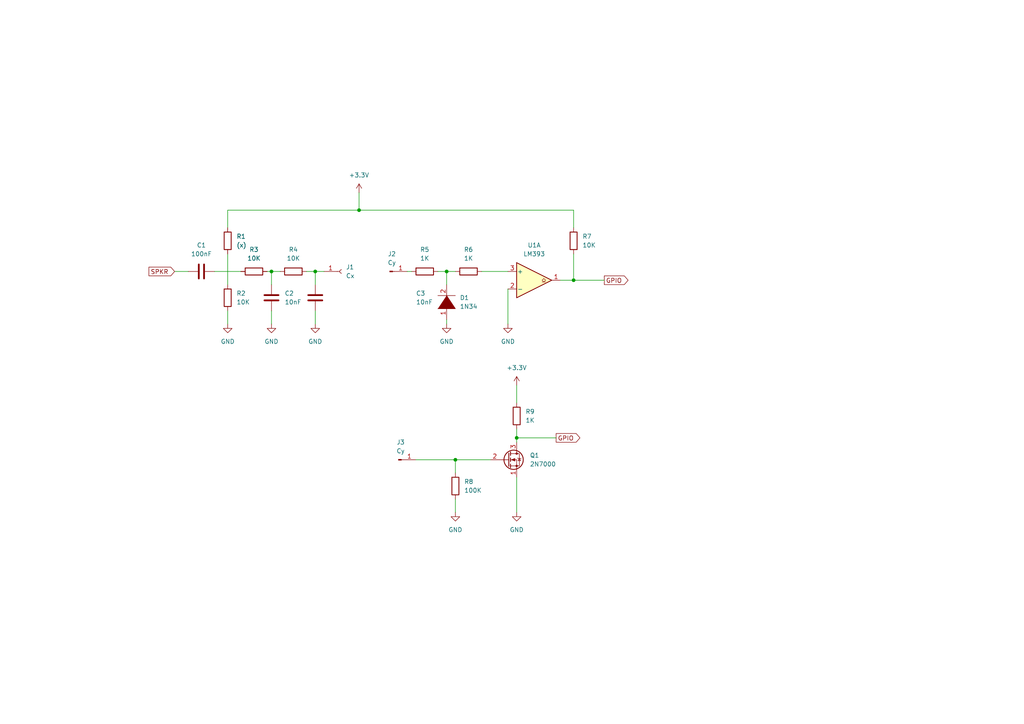
<source format=kicad_sch>
(kicad_sch (version 20211123) (generator eeschema)

  (uuid 134e3d51-b7fa-417c-9a02-1b7a67431553)

  (paper "A4")

  (lib_symbols
    (symbol "Comparator:LM393" (pin_names (offset 0.127)) (in_bom yes) (on_board yes)
      (property "Reference" "U" (id 0) (at 3.81 3.81 0)
        (effects (font (size 1.27 1.27)))
      )
      (property "Value" "LM393" (id 1) (at 6.35 -3.81 0)
        (effects (font (size 1.27 1.27)))
      )
      (property "Footprint" "" (id 2) (at 0 0 0)
        (effects (font (size 1.27 1.27)) hide)
      )
      (property "Datasheet" "http://www.ti.com/lit/ds/symlink/lm393.pdf" (id 3) (at 0 0 0)
        (effects (font (size 1.27 1.27)) hide)
      )
      (property "ki_locked" "" (id 4) (at 0 0 0)
        (effects (font (size 1.27 1.27)))
      )
      (property "ki_keywords" "cmp open collector" (id 5) (at 0 0 0)
        (effects (font (size 1.27 1.27)) hide)
      )
      (property "ki_description" "Low-Power, Low-Offset Voltage, Dual Comparators, DIP-8/SOIC-8/TO-99-8" (id 6) (at 0 0 0)
        (effects (font (size 1.27 1.27)) hide)
      )
      (property "ki_fp_filters" "SOIC*3.9x4.9mm*P1.27mm* DIP*W7.62mm* SOP*5.28x5.23mm*P1.27mm* VSSOP*3.0x3.0mm*P0.65mm* TSSOP*4.4x3mm*P0.65mm*" (id 7) (at 0 0 0)
        (effects (font (size 1.27 1.27)) hide)
      )
      (symbol "LM393_1_1"
        (polyline
          (pts
            (xy -5.08 5.08)
            (xy 5.08 0)
            (xy -5.08 -5.08)
            (xy -5.08 5.08)
          )
          (stroke (width 0.254) (type default) (color 0 0 0 0))
          (fill (type background))
        )
        (polyline
          (pts
            (xy 3.302 -0.508)
            (xy 2.794 -0.508)
            (xy 3.302 0)
            (xy 2.794 0.508)
            (xy 2.286 0)
            (xy 2.794 -0.508)
            (xy 2.286 -0.508)
          )
          (stroke (width 0.127) (type default) (color 0 0 0 0))
          (fill (type none))
        )
        (pin open_collector line (at 7.62 0 180) (length 2.54)
          (name "~" (effects (font (size 1.27 1.27))))
          (number "1" (effects (font (size 1.27 1.27))))
        )
        (pin input line (at -7.62 -2.54 0) (length 2.54)
          (name "-" (effects (font (size 1.27 1.27))))
          (number "2" (effects (font (size 1.27 1.27))))
        )
        (pin input line (at -7.62 2.54 0) (length 2.54)
          (name "+" (effects (font (size 1.27 1.27))))
          (number "3" (effects (font (size 1.27 1.27))))
        )
      )
      (symbol "LM393_2_1"
        (polyline
          (pts
            (xy -5.08 5.08)
            (xy 5.08 0)
            (xy -5.08 -5.08)
            (xy -5.08 5.08)
          )
          (stroke (width 0.254) (type default) (color 0 0 0 0))
          (fill (type background))
        )
        (polyline
          (pts
            (xy 3.302 -0.508)
            (xy 2.794 -0.508)
            (xy 3.302 0)
            (xy 2.794 0.508)
            (xy 2.286 0)
            (xy 2.794 -0.508)
            (xy 2.286 -0.508)
          )
          (stroke (width 0.127) (type default) (color 0 0 0 0))
          (fill (type none))
        )
        (pin input line (at -7.62 2.54 0) (length 2.54)
          (name "+" (effects (font (size 1.27 1.27))))
          (number "5" (effects (font (size 1.27 1.27))))
        )
        (pin input line (at -7.62 -2.54 0) (length 2.54)
          (name "_" (effects (font (size 1.27 1.27))))
          (number "6" (effects (font (size 1.27 1.27))))
        )
        (pin open_collector line (at 7.62 0 180) (length 2.54)
          (name "~" (effects (font (size 1.27 1.27))))
          (number "7" (effects (font (size 1.27 1.27))))
        )
      )
      (symbol "LM393_3_1"
        (pin power_in line (at -2.54 -7.62 90) (length 3.81)
          (name "V-" (effects (font (size 1.27 1.27))))
          (number "4" (effects (font (size 1.27 1.27))))
        )
        (pin power_in line (at -2.54 7.62 270) (length 3.81)
          (name "V+" (effects (font (size 1.27 1.27))))
          (number "8" (effects (font (size 1.27 1.27))))
        )
      )
    )
    (symbol "Connector:Conn_01x01_Female" (pin_names (offset 1.016) hide) (in_bom yes) (on_board yes)
      (property "Reference" "J" (id 0) (at 0 2.54 0)
        (effects (font (size 1.27 1.27)))
      )
      (property "Value" "Conn_01x01_Female" (id 1) (at 0 -2.54 0)
        (effects (font (size 1.27 1.27)))
      )
      (property "Footprint" "" (id 2) (at 0 0 0)
        (effects (font (size 1.27 1.27)) hide)
      )
      (property "Datasheet" "~" (id 3) (at 0 0 0)
        (effects (font (size 1.27 1.27)) hide)
      )
      (property "ki_keywords" "connector" (id 4) (at 0 0 0)
        (effects (font (size 1.27 1.27)) hide)
      )
      (property "ki_description" "Generic connector, single row, 01x01, script generated (kicad-library-utils/schlib/autogen/connector/)" (id 5) (at 0 0 0)
        (effects (font (size 1.27 1.27)) hide)
      )
      (property "ki_fp_filters" "Connector*:*" (id 6) (at 0 0 0)
        (effects (font (size 1.27 1.27)) hide)
      )
      (symbol "Conn_01x01_Female_1_1"
        (polyline
          (pts
            (xy -1.27 0)
            (xy -0.508 0)
          )
          (stroke (width 0.1524) (type default) (color 0 0 0 0))
          (fill (type none))
        )
        (arc (start 0 0.508) (mid -0.508 0) (end 0 -0.508)
          (stroke (width 0.1524) (type default) (color 0 0 0 0))
          (fill (type none))
        )
        (pin passive line (at -5.08 0 0) (length 3.81)
          (name "Pin_1" (effects (font (size 1.27 1.27))))
          (number "1" (effects (font (size 1.27 1.27))))
        )
      )
    )
    (symbol "Connector:Conn_01x01_Male" (pin_names (offset 1.016) hide) (in_bom yes) (on_board yes)
      (property "Reference" "J" (id 0) (at 0 2.54 0)
        (effects (font (size 1.27 1.27)))
      )
      (property "Value" "Conn_01x01_Male" (id 1) (at 0 -2.54 0)
        (effects (font (size 1.27 1.27)))
      )
      (property "Footprint" "" (id 2) (at 0 0 0)
        (effects (font (size 1.27 1.27)) hide)
      )
      (property "Datasheet" "~" (id 3) (at 0 0 0)
        (effects (font (size 1.27 1.27)) hide)
      )
      (property "ki_keywords" "connector" (id 4) (at 0 0 0)
        (effects (font (size 1.27 1.27)) hide)
      )
      (property "ki_description" "Generic connector, single row, 01x01, script generated (kicad-library-utils/schlib/autogen/connector/)" (id 5) (at 0 0 0)
        (effects (font (size 1.27 1.27)) hide)
      )
      (property "ki_fp_filters" "Connector*:*" (id 6) (at 0 0 0)
        (effects (font (size 1.27 1.27)) hide)
      )
      (symbol "Conn_01x01_Male_1_1"
        (polyline
          (pts
            (xy 1.27 0)
            (xy 0.8636 0)
          )
          (stroke (width 0.1524) (type default) (color 0 0 0 0))
          (fill (type none))
        )
        (rectangle (start 0.8636 0.127) (end 0 -0.127)
          (stroke (width 0.1524) (type default) (color 0 0 0 0))
          (fill (type outline))
        )
        (pin passive line (at 5.08 0 180) (length 3.81)
          (name "Pin_1" (effects (font (size 1.27 1.27))))
          (number "1" (effects (font (size 1.27 1.27))))
        )
      )
    )
    (symbol "Device:C" (pin_numbers hide) (pin_names (offset 0.254)) (in_bom yes) (on_board yes)
      (property "Reference" "C" (id 0) (at 0.635 2.54 0)
        (effects (font (size 1.27 1.27)) (justify left))
      )
      (property "Value" "C" (id 1) (at 0.635 -2.54 0)
        (effects (font (size 1.27 1.27)) (justify left))
      )
      (property "Footprint" "" (id 2) (at 0.9652 -3.81 0)
        (effects (font (size 1.27 1.27)) hide)
      )
      (property "Datasheet" "~" (id 3) (at 0 0 0)
        (effects (font (size 1.27 1.27)) hide)
      )
      (property "ki_keywords" "cap capacitor" (id 4) (at 0 0 0)
        (effects (font (size 1.27 1.27)) hide)
      )
      (property "ki_description" "Unpolarized capacitor" (id 5) (at 0 0 0)
        (effects (font (size 1.27 1.27)) hide)
      )
      (property "ki_fp_filters" "C_*" (id 6) (at 0 0 0)
        (effects (font (size 1.27 1.27)) hide)
      )
      (symbol "C_0_1"
        (polyline
          (pts
            (xy -2.032 -0.762)
            (xy 2.032 -0.762)
          )
          (stroke (width 0.508) (type default) (color 0 0 0 0))
          (fill (type none))
        )
        (polyline
          (pts
            (xy -2.032 0.762)
            (xy 2.032 0.762)
          )
          (stroke (width 0.508) (type default) (color 0 0 0 0))
          (fill (type none))
        )
      )
      (symbol "C_1_1"
        (pin passive line (at 0 3.81 270) (length 2.794)
          (name "~" (effects (font (size 1.27 1.27))))
          (number "1" (effects (font (size 1.27 1.27))))
        )
        (pin passive line (at 0 -3.81 90) (length 2.794)
          (name "~" (effects (font (size 1.27 1.27))))
          (number "2" (effects (font (size 1.27 1.27))))
        )
      )
    )
    (symbol "Device:R" (pin_numbers hide) (pin_names (offset 0)) (in_bom yes) (on_board yes)
      (property "Reference" "R" (id 0) (at 2.032 0 90)
        (effects (font (size 1.27 1.27)))
      )
      (property "Value" "R" (id 1) (at 0 0 90)
        (effects (font (size 1.27 1.27)))
      )
      (property "Footprint" "" (id 2) (at -1.778 0 90)
        (effects (font (size 1.27 1.27)) hide)
      )
      (property "Datasheet" "~" (id 3) (at 0 0 0)
        (effects (font (size 1.27 1.27)) hide)
      )
      (property "ki_keywords" "R res resistor" (id 4) (at 0 0 0)
        (effects (font (size 1.27 1.27)) hide)
      )
      (property "ki_description" "Resistor" (id 5) (at 0 0 0)
        (effects (font (size 1.27 1.27)) hide)
      )
      (property "ki_fp_filters" "R_*" (id 6) (at 0 0 0)
        (effects (font (size 1.27 1.27)) hide)
      )
      (symbol "R_0_1"
        (rectangle (start -1.016 -2.54) (end 1.016 2.54)
          (stroke (width 0.254) (type default) (color 0 0 0 0))
          (fill (type none))
        )
      )
      (symbol "R_1_1"
        (pin passive line (at 0 3.81 270) (length 1.27)
          (name "~" (effects (font (size 1.27 1.27))))
          (number "1" (effects (font (size 1.27 1.27))))
        )
        (pin passive line (at 0 -3.81 90) (length 1.27)
          (name "~" (effects (font (size 1.27 1.27))))
          (number "2" (effects (font (size 1.27 1.27))))
        )
      )
    )
    (symbol "Transistor_FET:2N7000" (pin_names hide) (in_bom yes) (on_board yes)
      (property "Reference" "Q" (id 0) (at 5.08 1.905 0)
        (effects (font (size 1.27 1.27)) (justify left))
      )
      (property "Value" "2N7000" (id 1) (at 5.08 0 0)
        (effects (font (size 1.27 1.27)) (justify left))
      )
      (property "Footprint" "Package_TO_SOT_THT:TO-92_Inline" (id 2) (at 5.08 -1.905 0)
        (effects (font (size 1.27 1.27) italic) (justify left) hide)
      )
      (property "Datasheet" "https://www.vishay.com/docs/70226/70226.pdf" (id 3) (at 0 0 0)
        (effects (font (size 1.27 1.27)) (justify left) hide)
      )
      (property "ki_keywords" "N-Channel MOSFET Logic-Level" (id 4) (at 0 0 0)
        (effects (font (size 1.27 1.27)) hide)
      )
      (property "ki_description" "0.2A Id, 200V Vds, N-Channel MOSFET, 2.6V Logic Level, TO-92" (id 5) (at 0 0 0)
        (effects (font (size 1.27 1.27)) hide)
      )
      (property "ki_fp_filters" "TO?92*" (id 6) (at 0 0 0)
        (effects (font (size 1.27 1.27)) hide)
      )
      (symbol "2N7000_0_1"
        (polyline
          (pts
            (xy 0.254 0)
            (xy -2.54 0)
          )
          (stroke (width 0) (type default) (color 0 0 0 0))
          (fill (type none))
        )
        (polyline
          (pts
            (xy 0.254 1.905)
            (xy 0.254 -1.905)
          )
          (stroke (width 0.254) (type default) (color 0 0 0 0))
          (fill (type none))
        )
        (polyline
          (pts
            (xy 0.762 -1.27)
            (xy 0.762 -2.286)
          )
          (stroke (width 0.254) (type default) (color 0 0 0 0))
          (fill (type none))
        )
        (polyline
          (pts
            (xy 0.762 0.508)
            (xy 0.762 -0.508)
          )
          (stroke (width 0.254) (type default) (color 0 0 0 0))
          (fill (type none))
        )
        (polyline
          (pts
            (xy 0.762 2.286)
            (xy 0.762 1.27)
          )
          (stroke (width 0.254) (type default) (color 0 0 0 0))
          (fill (type none))
        )
        (polyline
          (pts
            (xy 2.54 2.54)
            (xy 2.54 1.778)
          )
          (stroke (width 0) (type default) (color 0 0 0 0))
          (fill (type none))
        )
        (polyline
          (pts
            (xy 2.54 -2.54)
            (xy 2.54 0)
            (xy 0.762 0)
          )
          (stroke (width 0) (type default) (color 0 0 0 0))
          (fill (type none))
        )
        (polyline
          (pts
            (xy 0.762 -1.778)
            (xy 3.302 -1.778)
            (xy 3.302 1.778)
            (xy 0.762 1.778)
          )
          (stroke (width 0) (type default) (color 0 0 0 0))
          (fill (type none))
        )
        (polyline
          (pts
            (xy 1.016 0)
            (xy 2.032 0.381)
            (xy 2.032 -0.381)
            (xy 1.016 0)
          )
          (stroke (width 0) (type default) (color 0 0 0 0))
          (fill (type outline))
        )
        (polyline
          (pts
            (xy 2.794 0.508)
            (xy 2.921 0.381)
            (xy 3.683 0.381)
            (xy 3.81 0.254)
          )
          (stroke (width 0) (type default) (color 0 0 0 0))
          (fill (type none))
        )
        (polyline
          (pts
            (xy 3.302 0.381)
            (xy 2.921 -0.254)
            (xy 3.683 -0.254)
            (xy 3.302 0.381)
          )
          (stroke (width 0) (type default) (color 0 0 0 0))
          (fill (type none))
        )
        (circle (center 1.651 0) (radius 2.794)
          (stroke (width 0.254) (type default) (color 0 0 0 0))
          (fill (type none))
        )
        (circle (center 2.54 -1.778) (radius 0.254)
          (stroke (width 0) (type default) (color 0 0 0 0))
          (fill (type outline))
        )
        (circle (center 2.54 1.778) (radius 0.254)
          (stroke (width 0) (type default) (color 0 0 0 0))
          (fill (type outline))
        )
      )
      (symbol "2N7000_1_1"
        (pin passive line (at 2.54 -5.08 90) (length 2.54)
          (name "S" (effects (font (size 1.27 1.27))))
          (number "1" (effects (font (size 1.27 1.27))))
        )
        (pin input line (at -5.08 0 0) (length 2.54)
          (name "G" (effects (font (size 1.27 1.27))))
          (number "2" (effects (font (size 1.27 1.27))))
        )
        (pin passive line (at 2.54 5.08 270) (length 2.54)
          (name "D" (effects (font (size 1.27 1.27))))
          (number "3" (effects (font (size 1.27 1.27))))
        )
      )
    )
    (symbol "power:+3.3V" (power) (pin_names (offset 0)) (in_bom yes) (on_board yes)
      (property "Reference" "#PWR" (id 0) (at 0 -3.81 0)
        (effects (font (size 1.27 1.27)) hide)
      )
      (property "Value" "+3.3V" (id 1) (at 0 3.556 0)
        (effects (font (size 1.27 1.27)))
      )
      (property "Footprint" "" (id 2) (at 0 0 0)
        (effects (font (size 1.27 1.27)) hide)
      )
      (property "Datasheet" "" (id 3) (at 0 0 0)
        (effects (font (size 1.27 1.27)) hide)
      )
      (property "ki_keywords" "power-flag" (id 4) (at 0 0 0)
        (effects (font (size 1.27 1.27)) hide)
      )
      (property "ki_description" "Power symbol creates a global label with name \"+3.3V\"" (id 5) (at 0 0 0)
        (effects (font (size 1.27 1.27)) hide)
      )
      (symbol "+3.3V_0_1"
        (polyline
          (pts
            (xy -0.762 1.27)
            (xy 0 2.54)
          )
          (stroke (width 0) (type default) (color 0 0 0 0))
          (fill (type none))
        )
        (polyline
          (pts
            (xy 0 0)
            (xy 0 2.54)
          )
          (stroke (width 0) (type default) (color 0 0 0 0))
          (fill (type none))
        )
        (polyline
          (pts
            (xy 0 2.54)
            (xy 0.762 1.27)
          )
          (stroke (width 0) (type default) (color 0 0 0 0))
          (fill (type none))
        )
      )
      (symbol "+3.3V_1_1"
        (pin power_in line (at 0 0 90) (length 0) hide
          (name "+3.3V" (effects (font (size 1.27 1.27))))
          (number "1" (effects (font (size 1.27 1.27))))
        )
      )
    )
    (symbol "power:GND" (power) (pin_names (offset 0)) (in_bom yes) (on_board yes)
      (property "Reference" "#PWR" (id 0) (at 0 -6.35 0)
        (effects (font (size 1.27 1.27)) hide)
      )
      (property "Value" "GND" (id 1) (at 0 -3.81 0)
        (effects (font (size 1.27 1.27)))
      )
      (property "Footprint" "" (id 2) (at 0 0 0)
        (effects (font (size 1.27 1.27)) hide)
      )
      (property "Datasheet" "" (id 3) (at 0 0 0)
        (effects (font (size 1.27 1.27)) hide)
      )
      (property "ki_keywords" "power-flag" (id 4) (at 0 0 0)
        (effects (font (size 1.27 1.27)) hide)
      )
      (property "ki_description" "Power symbol creates a global label with name \"GND\" , ground" (id 5) (at 0 0 0)
        (effects (font (size 1.27 1.27)) hide)
      )
      (symbol "GND_0_1"
        (polyline
          (pts
            (xy 0 0)
            (xy 0 -1.27)
            (xy 1.27 -1.27)
            (xy 0 -2.54)
            (xy -1.27 -1.27)
            (xy 0 -1.27)
          )
          (stroke (width 0) (type default) (color 0 0 0 0))
          (fill (type none))
        )
      )
      (symbol "GND_1_1"
        (pin power_in line (at 0 0 270) (length 0) hide
          (name "GND" (effects (font (size 1.27 1.27))))
          (number "1" (effects (font (size 1.27 1.27))))
        )
      )
    )
    (symbol "pspice:DIODE" (pin_names (offset 1.016) hide) (in_bom yes) (on_board yes)
      (property "Reference" "D" (id 0) (at 0 3.81 0)
        (effects (font (size 1.27 1.27)))
      )
      (property "Value" "DIODE" (id 1) (at 0 -4.445 0)
        (effects (font (size 1.27 1.27)))
      )
      (property "Footprint" "" (id 2) (at 0 0 0)
        (effects (font (size 1.27 1.27)) hide)
      )
      (property "Datasheet" "~" (id 3) (at 0 0 0)
        (effects (font (size 1.27 1.27)) hide)
      )
      (property "ki_keywords" "simulation" (id 4) (at 0 0 0)
        (effects (font (size 1.27 1.27)) hide)
      )
      (property "ki_description" "Diode symbol for simulation only. Pin order incompatible with official kicad footprints" (id 5) (at 0 0 0)
        (effects (font (size 1.27 1.27)) hide)
      )
      (symbol "DIODE_0_1"
        (polyline
          (pts
            (xy 1.905 2.54)
            (xy 1.905 -2.54)
          )
          (stroke (width 0) (type default) (color 0 0 0 0))
          (fill (type none))
        )
        (polyline
          (pts
            (xy -1.905 2.54)
            (xy -1.905 -2.54)
            (xy 1.905 0)
          )
          (stroke (width 0) (type default) (color 0 0 0 0))
          (fill (type outline))
        )
      )
      (symbol "DIODE_1_1"
        (pin input line (at -5.08 0 0) (length 3.81)
          (name "K" (effects (font (size 1.27 1.27))))
          (number "1" (effects (font (size 1.27 1.27))))
        )
        (pin input line (at 5.08 0 180) (length 3.81)
          (name "A" (effects (font (size 1.27 1.27))))
          (number "2" (effects (font (size 1.27 1.27))))
        )
      )
    )
  )

  (junction (at 78.74 78.74) (diameter 0) (color 0 0 0 0)
    (uuid 5bc7e8a8-82d2-443a-bb1a-8b45fbdec57d)
  )
  (junction (at 91.44 78.74) (diameter 0) (color 0 0 0 0)
    (uuid 629223ab-a7ba-4ada-95c0-69e6fc75aa23)
  )
  (junction (at 149.86 127) (diameter 0) (color 0 0 0 0)
    (uuid 732faaf7-e412-433e-a67d-8284c15b1edf)
  )
  (junction (at 166.37 81.28) (diameter 0) (color 0 0 0 0)
    (uuid 74c16188-929c-4df2-84f5-c88921834c2f)
  )
  (junction (at 104.14 60.96) (diameter 0) (color 0 0 0 0)
    (uuid 8428c07f-3969-4e44-aca1-5785c265ef7d)
  )
  (junction (at 129.54 78.74) (diameter 0) (color 0 0 0 0)
    (uuid aa79d7de-8163-4354-a38f-83a9dbd7666f)
  )
  (junction (at 132.08 133.35) (diameter 0) (color 0 0 0 0)
    (uuid e72916d0-94e4-471d-96a3-325ae5dacad1)
  )

  (wire (pts (xy 66.04 90.17) (xy 66.04 93.98))
    (stroke (width 0) (type default) (color 0 0 0 0))
    (uuid 036ed994-2154-4ae1-9848-7991e9880a19)
  )
  (wire (pts (xy 149.86 127) (xy 149.86 128.27))
    (stroke (width 0) (type default) (color 0 0 0 0))
    (uuid 04b3092d-98a7-4d89-be01-54fde4e70ff1)
  )
  (wire (pts (xy 139.7 78.74) (xy 147.32 78.74))
    (stroke (width 0) (type default) (color 0 0 0 0))
    (uuid 051ef780-51f0-434f-b7ae-d086b1609593)
  )
  (wire (pts (xy 66.04 73.66) (xy 66.04 82.55))
    (stroke (width 0) (type default) (color 0 0 0 0))
    (uuid 0f12aced-4ae6-48fa-84fa-eb3886820c14)
  )
  (wire (pts (xy 149.86 127) (xy 161.29 127))
    (stroke (width 0) (type default) (color 0 0 0 0))
    (uuid 136132a6-f740-4bca-a04b-ec165ee91378)
  )
  (wire (pts (xy 127 78.74) (xy 129.54 78.74))
    (stroke (width 0) (type default) (color 0 0 0 0))
    (uuid 17cb1202-d9f8-4806-8be2-1a029de1a8e8)
  )
  (wire (pts (xy 91.44 90.17) (xy 91.44 93.98))
    (stroke (width 0) (type default) (color 0 0 0 0))
    (uuid 26ef35e6-56fd-4b17-8fdd-20e378ee12f6)
  )
  (wire (pts (xy 78.74 90.17) (xy 78.74 93.98))
    (stroke (width 0) (type default) (color 0 0 0 0))
    (uuid 289a6bf4-62a0-4726-be0e-470ae3f33b67)
  )
  (wire (pts (xy 166.37 81.28) (xy 175.26 81.28))
    (stroke (width 0) (type default) (color 0 0 0 0))
    (uuid 2b196940-ed06-49a5-aae2-6c4e49d6d2ca)
  )
  (wire (pts (xy 104.14 55.88) (xy 104.14 60.96))
    (stroke (width 0) (type default) (color 0 0 0 0))
    (uuid 32996436-239b-4164-abfe-a0211dc0b800)
  )
  (wire (pts (xy 104.14 60.96) (xy 166.37 60.96))
    (stroke (width 0) (type default) (color 0 0 0 0))
    (uuid 44871551-c91d-4cd1-90eb-b2c07e70addb)
  )
  (wire (pts (xy 91.44 78.74) (xy 93.98 78.74))
    (stroke (width 0) (type default) (color 0 0 0 0))
    (uuid 4a840045-dbea-4166-afdc-841baafcef5a)
  )
  (wire (pts (xy 132.08 133.35) (xy 132.08 137.16))
    (stroke (width 0) (type default) (color 0 0 0 0))
    (uuid 530ae8e6-5a40-455a-8940-545c379ff838)
  )
  (wire (pts (xy 149.86 124.46) (xy 149.86 127))
    (stroke (width 0) (type default) (color 0 0 0 0))
    (uuid 55731037-148d-469b-9068-cc7a1cc9be71)
  )
  (wire (pts (xy 149.86 111.76) (xy 149.86 116.84))
    (stroke (width 0) (type default) (color 0 0 0 0))
    (uuid 60fc8d42-9f64-4cb4-94a8-ec27f39f24f6)
  )
  (wire (pts (xy 118.11 78.74) (xy 119.38 78.74))
    (stroke (width 0) (type default) (color 0 0 0 0))
    (uuid 6b500701-c74f-4654-a60f-8a6825c28119)
  )
  (wire (pts (xy 104.14 60.96) (xy 66.04 60.96))
    (stroke (width 0) (type default) (color 0 0 0 0))
    (uuid 6bcf98ac-bcad-4460-8c50-32cfc5a0b0cc)
  )
  (wire (pts (xy 78.74 78.74) (xy 78.74 82.55))
    (stroke (width 0) (type default) (color 0 0 0 0))
    (uuid 704772e5-8342-4dad-8b2a-1e7c8633a660)
  )
  (wire (pts (xy 66.04 60.96) (xy 66.04 66.04))
    (stroke (width 0) (type default) (color 0 0 0 0))
    (uuid 73a679fe-0456-4637-bff7-9f97535916f3)
  )
  (wire (pts (xy 77.47 78.74) (xy 78.74 78.74))
    (stroke (width 0) (type default) (color 0 0 0 0))
    (uuid 7491ddf8-fe27-41c8-879d-40dbd8252746)
  )
  (wire (pts (xy 91.44 78.74) (xy 91.44 82.55))
    (stroke (width 0) (type default) (color 0 0 0 0))
    (uuid 772ca414-e614-4e76-aaf1-edca4d98f9ae)
  )
  (wire (pts (xy 50.8 78.74) (xy 54.61 78.74))
    (stroke (width 0) (type default) (color 0 0 0 0))
    (uuid 796323b4-7fef-4a09-986e-5aa400cbc70a)
  )
  (wire (pts (xy 88.9 78.74) (xy 91.44 78.74))
    (stroke (width 0) (type default) (color 0 0 0 0))
    (uuid 80856e24-106f-44c6-a223-0f77256b065d)
  )
  (wire (pts (xy 132.08 133.35) (xy 142.24 133.35))
    (stroke (width 0) (type default) (color 0 0 0 0))
    (uuid 83368406-3a35-49ba-b222-af1824119f9f)
  )
  (wire (pts (xy 132.08 144.78) (xy 132.08 148.59))
    (stroke (width 0) (type default) (color 0 0 0 0))
    (uuid 93b55328-245a-47ac-9f31-bedbbc3266ef)
  )
  (wire (pts (xy 129.54 92.71) (xy 129.54 93.98))
    (stroke (width 0) (type default) (color 0 0 0 0))
    (uuid a6d8aeac-67b2-49f9-b85d-1bf2e2e1f2de)
  )
  (wire (pts (xy 147.32 83.82) (xy 147.32 93.98))
    (stroke (width 0) (type default) (color 0 0 0 0))
    (uuid a8a34997-4595-4b09-aa9a-49d5937f79a6)
  )
  (wire (pts (xy 129.54 78.74) (xy 132.08 78.74))
    (stroke (width 0) (type default) (color 0 0 0 0))
    (uuid af903427-d9d9-4264-8978-c0fc63bc8898)
  )
  (wire (pts (xy 129.54 78.74) (xy 129.54 82.55))
    (stroke (width 0) (type default) (color 0 0 0 0))
    (uuid b8c58402-92b2-46ef-a503-93d51962e3a2)
  )
  (wire (pts (xy 166.37 73.66) (xy 166.37 81.28))
    (stroke (width 0) (type default) (color 0 0 0 0))
    (uuid cadffebb-189b-4ac5-9f2f-14332ce78b99)
  )
  (wire (pts (xy 166.37 60.96) (xy 166.37 66.04))
    (stroke (width 0) (type default) (color 0 0 0 0))
    (uuid cc7dba99-db7d-4b39-9898-6a75f6dfd8f3)
  )
  (wire (pts (xy 62.23 78.74) (xy 69.85 78.74))
    (stroke (width 0) (type default) (color 0 0 0 0))
    (uuid d576e439-fc61-459c-8970-6e71a668fa88)
  )
  (wire (pts (xy 149.86 138.43) (xy 149.86 148.59))
    (stroke (width 0) (type default) (color 0 0 0 0))
    (uuid d8d878a2-2084-4e6c-9776-6c586b157a99)
  )
  (wire (pts (xy 120.65 133.35) (xy 132.08 133.35))
    (stroke (width 0) (type default) (color 0 0 0 0))
    (uuid ddfd850d-fc1f-4ac6-93be-5c21ac7100d4)
  )
  (wire (pts (xy 162.56 81.28) (xy 166.37 81.28))
    (stroke (width 0) (type default) (color 0 0 0 0))
    (uuid f5ae766e-d849-4f3c-b6dc-d0290f798074)
  )
  (wire (pts (xy 78.74 78.74) (xy 81.28 78.74))
    (stroke (width 0) (type default) (color 0 0 0 0))
    (uuid f8b3182d-901e-4c32-a016-55b3c83b66be)
  )

  (global_label "GPIO" (shape output) (at 175.26 81.28 0) (fields_autoplaced)
    (effects (font (size 1.27 1.27)) (justify left))
    (uuid 65160df8-037b-41f5-bfdc-62969ee27d2a)
    (property "Intersheet References" "${INTERSHEET_REFS}" (id 0) (at 182.1483 81.2006 0)
      (effects (font (size 1.27 1.27)) (justify left) hide)
    )
  )
  (global_label "GPIO" (shape output) (at 161.29 127 0) (fields_autoplaced)
    (effects (font (size 1.27 1.27)) (justify left))
    (uuid 9d9aaeb6-ddbf-4a90-a8d8-e6d0b01b7dea)
    (property "Intersheet References" "${INTERSHEET_REFS}" (id 0) (at 168.1783 126.9206 0)
      (effects (font (size 1.27 1.27)) (justify left) hide)
    )
  )
  (global_label "SPKR" (shape output) (at 43.18 78.74 0) (fields_autoplaced)
    (effects (font (size 1.27 1.27)) (justify left))
    (uuid ebd823b4-0d2d-4342-ae96-2cedafa9aed3)
    (property "Intersheet References" "${INTERSHEET_REFS}" (id 0) (at 50.6126 78.6606 0)
      (effects (font (size 1.27 1.27)) (justify left) hide)
    )
  )

  (symbol (lib_id "Connector:Conn_01x01_Female") (at 99.06 78.74 0) (unit 1)
    (in_bom yes) (on_board yes) (fields_autoplaced)
    (uuid 08a4660c-4a94-48f2-b3c6-e9bfcdb6217e)
    (property "Reference" "J1" (id 0) (at 100.33 77.4699 0)
      (effects (font (size 1.27 1.27)) (justify left))
    )
    (property "Value" "Cx" (id 1) (at 100.33 80.0099 0)
      (effects (font (size 1.27 1.27)) (justify left))
    )
    (property "Footprint" "" (id 2) (at 99.06 78.74 0)
      (effects (font (size 1.27 1.27)) hide)
    )
    (property "Datasheet" "~" (id 3) (at 99.06 78.74 0)
      (effects (font (size 1.27 1.27)) hide)
    )
    (pin "1" (uuid 4f05fad8-9c58-4899-a77b-1db037061fbf))
  )

  (symbol (lib_id "Device:R") (at 149.86 120.65 0) (unit 1)
    (in_bom yes) (on_board yes) (fields_autoplaced)
    (uuid 133a6c76-4647-4731-8d0f-59f6b9260759)
    (property "Reference" "R9" (id 0) (at 152.4 119.3799 0)
      (effects (font (size 1.27 1.27)) (justify left))
    )
    (property "Value" "1K" (id 1) (at 152.4 121.9199 0)
      (effects (font (size 1.27 1.27)) (justify left))
    )
    (property "Footprint" "" (id 2) (at 148.082 120.65 90)
      (effects (font (size 1.27 1.27)) hide)
    )
    (property "Datasheet" "~" (id 3) (at 149.86 120.65 0)
      (effects (font (size 1.27 1.27)) hide)
    )
    (pin "1" (uuid 682cc8b8-455f-466e-93a2-5f00ab0aa5dc))
    (pin "2" (uuid 0301e2c9-1eb9-49b4-aed4-8d3a7209922b))
  )

  (symbol (lib_id "Device:R") (at 66.04 86.36 0) (unit 1)
    (in_bom yes) (on_board yes) (fields_autoplaced)
    (uuid 157160bb-4e97-415e-bc6f-8e6040741c00)
    (property "Reference" "R2" (id 0) (at 68.58 85.0899 0)
      (effects (font (size 1.27 1.27)) (justify left))
    )
    (property "Value" "10K" (id 1) (at 68.58 87.6299 0)
      (effects (font (size 1.27 1.27)) (justify left))
    )
    (property "Footprint" "" (id 2) (at 64.262 86.36 90)
      (effects (font (size 1.27 1.27)) hide)
    )
    (property "Datasheet" "~" (id 3) (at 66.04 86.36 0)
      (effects (font (size 1.27 1.27)) hide)
    )
    (pin "1" (uuid 33386f64-5ff8-4876-b151-e9180e412264))
    (pin "2" (uuid 462526cd-2214-4c0e-b2b7-8097688f2a5c))
  )

  (symbol (lib_id "pspice:DIODE") (at 129.54 87.63 90) (unit 1)
    (in_bom yes) (on_board yes) (fields_autoplaced)
    (uuid 195b3a19-ea1c-41d3-a50e-83ab3dcac8b5)
    (property "Reference" "D1" (id 0) (at 133.35 86.3599 90)
      (effects (font (size 1.27 1.27)) (justify right))
    )
    (property "Value" "1N34" (id 1) (at 133.35 88.8999 90)
      (effects (font (size 1.27 1.27)) (justify right))
    )
    (property "Footprint" "" (id 2) (at 129.54 87.63 0)
      (effects (font (size 1.27 1.27)) hide)
    )
    (property "Datasheet" "~" (id 3) (at 129.54 87.63 0)
      (effects (font (size 1.27 1.27)) hide)
    )
    (pin "1" (uuid 902db4aa-c3aa-44a6-b225-2af1ed260982))
    (pin "2" (uuid 72845e57-7ebe-4239-a51d-60481f656b0d))
  )

  (symbol (lib_id "power:+3.3V") (at 104.14 55.88 0) (unit 1)
    (in_bom yes) (on_board yes) (fields_autoplaced)
    (uuid 1ec3ca84-4c90-4596-aff7-842db3fa1136)
    (property "Reference" "#PWR04" (id 0) (at 104.14 59.69 0)
      (effects (font (size 1.27 1.27)) hide)
    )
    (property "Value" "+3.3V" (id 1) (at 104.14 50.8 0))
    (property "Footprint" "" (id 2) (at 104.14 55.88 0)
      (effects (font (size 1.27 1.27)) hide)
    )
    (property "Datasheet" "" (id 3) (at 104.14 55.88 0)
      (effects (font (size 1.27 1.27)) hide)
    )
    (pin "1" (uuid 24780ee4-b48c-4e5b-9290-ed71e9be24ce))
  )

  (symbol (lib_id "power:GND") (at 129.54 93.98 0) (unit 1)
    (in_bom yes) (on_board yes) (fields_autoplaced)
    (uuid 316907c5-df6f-446f-af14-30ae6297c7dc)
    (property "Reference" "#PWR05" (id 0) (at 129.54 100.33 0)
      (effects (font (size 1.27 1.27)) hide)
    )
    (property "Value" "GND" (id 1) (at 129.54 99.06 0))
    (property "Footprint" "" (id 2) (at 129.54 93.98 0)
      (effects (font (size 1.27 1.27)) hide)
    )
    (property "Datasheet" "" (id 3) (at 129.54 93.98 0)
      (effects (font (size 1.27 1.27)) hide)
    )
    (pin "1" (uuid 1dfd9d80-cb6c-483f-9fb9-a1163a7309bc))
  )

  (symbol (lib_id "Connector:Conn_01x01_Male") (at 115.57 133.35 0) (unit 1)
    (in_bom yes) (on_board yes) (fields_autoplaced)
    (uuid 366f4086-539b-431d-bfd2-aa02d309ee2d)
    (property "Reference" "J3" (id 0) (at 116.205 128.27 0))
    (property "Value" "Cy" (id 1) (at 116.205 130.81 0))
    (property "Footprint" "" (id 2) (at 115.57 133.35 0)
      (effects (font (size 1.27 1.27)) hide)
    )
    (property "Datasheet" "~" (id 3) (at 115.57 133.35 0)
      (effects (font (size 1.27 1.27)) hide)
    )
    (pin "1" (uuid 14814fd4-814d-4af2-8644-9aacd05fb501))
  )

  (symbol (lib_id "Connector:Conn_01x01_Male") (at 113.03 78.74 0) (unit 1)
    (in_bom yes) (on_board yes) (fields_autoplaced)
    (uuid 3bb7bba3-0730-4595-93e6-7f397694a4de)
    (property "Reference" "J2" (id 0) (at 113.665 73.66 0))
    (property "Value" "Cy" (id 1) (at 113.665 76.2 0))
    (property "Footprint" "" (id 2) (at 113.03 78.74 0)
      (effects (font (size 1.27 1.27)) hide)
    )
    (property "Datasheet" "~" (id 3) (at 113.03 78.74 0)
      (effects (font (size 1.27 1.27)) hide)
    )
    (pin "1" (uuid e9fef882-9205-43e9-9199-dcef66bd8354))
  )

  (symbol (lib_id "Device:R") (at 166.37 69.85 0) (unit 1)
    (in_bom yes) (on_board yes) (fields_autoplaced)
    (uuid 4f94b406-4537-4e92-a64a-46abb1285920)
    (property "Reference" "R7" (id 0) (at 168.91 68.5799 0)
      (effects (font (size 1.27 1.27)) (justify left))
    )
    (property "Value" "10K" (id 1) (at 168.91 71.1199 0)
      (effects (font (size 1.27 1.27)) (justify left))
    )
    (property "Footprint" "" (id 2) (at 164.592 69.85 90)
      (effects (font (size 1.27 1.27)) hide)
    )
    (property "Datasheet" "~" (id 3) (at 166.37 69.85 0)
      (effects (font (size 1.27 1.27)) hide)
    )
    (pin "1" (uuid 82a42f3b-308e-4cf2-b840-cd2736b43d1e))
    (pin "2" (uuid 7ce8d4f1-eefd-4b70-af6a-d17b4a164ce6))
  )

  (symbol (lib_id "power:GND") (at 149.86 148.59 0) (unit 1)
    (in_bom yes) (on_board yes) (fields_autoplaced)
    (uuid 69d9f8d0-2a1c-4ba8-af84-5d6078066a02)
    (property "Reference" "#PWR09" (id 0) (at 149.86 154.94 0)
      (effects (font (size 1.27 1.27)) hide)
    )
    (property "Value" "GND" (id 1) (at 149.86 153.67 0))
    (property "Footprint" "" (id 2) (at 149.86 148.59 0)
      (effects (font (size 1.27 1.27)) hide)
    )
    (property "Datasheet" "" (id 3) (at 149.86 148.59 0)
      (effects (font (size 1.27 1.27)) hide)
    )
    (pin "1" (uuid 088ce105-8e30-43dc-97f2-d6eed48568c8))
  )

  (symbol (lib_id "Transistor_FET:2N7000") (at 147.32 133.35 0) (unit 1)
    (in_bom yes) (on_board yes) (fields_autoplaced)
    (uuid 734bc5b0-3713-47f2-b76c-705f28d198f7)
    (property "Reference" "Q1" (id 0) (at 153.67 132.0799 0)
      (effects (font (size 1.27 1.27)) (justify left))
    )
    (property "Value" "2N7000" (id 1) (at 153.67 134.6199 0)
      (effects (font (size 1.27 1.27)) (justify left))
    )
    (property "Footprint" "Package_TO_SOT_THT:TO-92_Inline" (id 2) (at 152.4 135.255 0)
      (effects (font (size 1.27 1.27) italic) (justify left) hide)
    )
    (property "Datasheet" "https://www.vishay.com/docs/70226/70226.pdf" (id 3) (at 147.32 133.35 0)
      (effects (font (size 1.27 1.27)) (justify left) hide)
    )
    (pin "1" (uuid bd6d7d4f-895e-4cb6-b30a-263389c1f811))
    (pin "2" (uuid b61c9f13-ad9b-47d7-8b3e-8cbc36a1afee))
    (pin "3" (uuid 9273a9f3-0a04-45b9-9ec5-3cafc09ffe5e))
  )

  (symbol (lib_id "Device:R") (at 132.08 140.97 0) (unit 1)
    (in_bom yes) (on_board yes) (fields_autoplaced)
    (uuid 7aa8044b-3ce4-4167-93c3-bbba19127673)
    (property "Reference" "R8" (id 0) (at 134.62 139.6999 0)
      (effects (font (size 1.27 1.27)) (justify left))
    )
    (property "Value" "100K" (id 1) (at 134.62 142.2399 0)
      (effects (font (size 1.27 1.27)) (justify left))
    )
    (property "Footprint" "" (id 2) (at 130.302 140.97 90)
      (effects (font (size 1.27 1.27)) hide)
    )
    (property "Datasheet" "~" (id 3) (at 132.08 140.97 0)
      (effects (font (size 1.27 1.27)) hide)
    )
    (pin "1" (uuid 5b8bdbf8-df4f-4e49-99de-22429c723fba))
    (pin "2" (uuid 48e41c3d-bef9-4423-8b5d-b69decf117c3))
  )

  (symbol (lib_id "power:GND") (at 78.74 93.98 0) (unit 1)
    (in_bom yes) (on_board yes) (fields_autoplaced)
    (uuid 7c740a4a-0917-41e2-943d-08a5352d5420)
    (property "Reference" "#PWR02" (id 0) (at 78.74 100.33 0)
      (effects (font (size 1.27 1.27)) hide)
    )
    (property "Value" "GND" (id 1) (at 78.74 99.06 0))
    (property "Footprint" "" (id 2) (at 78.74 93.98 0)
      (effects (font (size 1.27 1.27)) hide)
    )
    (property "Datasheet" "" (id 3) (at 78.74 93.98 0)
      (effects (font (size 1.27 1.27)) hide)
    )
    (pin "1" (uuid f01abc3f-8775-4337-8f27-56e3d55767ba))
  )

  (symbol (lib_id "Device:C") (at 78.74 86.36 0) (unit 1)
    (in_bom yes) (on_board yes) (fields_autoplaced)
    (uuid 926ab154-f48a-4e82-918c-001c737126b3)
    (property "Reference" "C2" (id 0) (at 82.55 85.0899 0)
      (effects (font (size 1.27 1.27)) (justify left))
    )
    (property "Value" "10nF" (id 1) (at 82.55 87.6299 0)
      (effects (font (size 1.27 1.27)) (justify left))
    )
    (property "Footprint" "" (id 2) (at 79.7052 90.17 0)
      (effects (font (size 1.27 1.27)) hide)
    )
    (property "Datasheet" "~" (id 3) (at 78.74 86.36 0)
      (effects (font (size 1.27 1.27)) hide)
    )
    (pin "1" (uuid 50781621-3b29-4b32-830f-4a3b871f301b))
    (pin "2" (uuid a4c77ccd-57d0-418a-a16f-5f5168c3bd82))
  )

  (symbol (lib_id "power:GND") (at 66.04 93.98 0) (unit 1)
    (in_bom yes) (on_board yes) (fields_autoplaced)
    (uuid a25271af-bf09-4822-8554-bdb70e332435)
    (property "Reference" "#PWR01" (id 0) (at 66.04 100.33 0)
      (effects (font (size 1.27 1.27)) hide)
    )
    (property "Value" "GND" (id 1) (at 66.04 99.06 0))
    (property "Footprint" "" (id 2) (at 66.04 93.98 0)
      (effects (font (size 1.27 1.27)) hide)
    )
    (property "Datasheet" "" (id 3) (at 66.04 93.98 0)
      (effects (font (size 1.27 1.27)) hide)
    )
    (pin "1" (uuid aabce7c7-184a-4ff1-8395-9b2fc4a9b497))
  )

  (symbol (lib_id "Device:R") (at 73.66 78.74 270) (unit 1)
    (in_bom yes) (on_board yes) (fields_autoplaced)
    (uuid a4df34df-4836-4102-95bb-3983662eff98)
    (property "Reference" "R3" (id 0) (at 73.66 72.39 90))
    (property "Value" "10K" (id 1) (at 73.66 74.93 90))
    (property "Footprint" "" (id 2) (at 73.66 76.962 90)
      (effects (font (size 1.27 1.27)) hide)
    )
    (property "Datasheet" "~" (id 3) (at 73.66 78.74 0)
      (effects (font (size 1.27 1.27)) hide)
    )
    (pin "1" (uuid 6bacb6c7-e58e-4033-a270-9682fa01b505))
    (pin "2" (uuid c1f80ce0-f06d-4ee0-b025-c3af38229523))
  )

  (symbol (lib_id "Device:R") (at 85.09 78.74 270) (unit 1)
    (in_bom yes) (on_board yes) (fields_autoplaced)
    (uuid afcec97d-80e8-422d-ba08-e7660c039f9e)
    (property "Reference" "R4" (id 0) (at 85.09 72.39 90))
    (property "Value" "10K" (id 1) (at 85.09 74.93 90))
    (property "Footprint" "" (id 2) (at 85.09 76.962 90)
      (effects (font (size 1.27 1.27)) hide)
    )
    (property "Datasheet" "~" (id 3) (at 85.09 78.74 0)
      (effects (font (size 1.27 1.27)) hide)
    )
    (pin "1" (uuid 71535a5f-9670-4aef-91b8-b93c2c0f3f28))
    (pin "2" (uuid 267a9346-4435-403b-90e9-3b16927361ed))
  )

  (symbol (lib_id "Device:R") (at 123.19 78.74 270) (unit 1)
    (in_bom yes) (on_board yes) (fields_autoplaced)
    (uuid b400d3ad-3c4d-43de-9ee1-7c37e5ab8de6)
    (property "Reference" "R5" (id 0) (at 123.19 72.39 90))
    (property "Value" "1K" (id 1) (at 123.19 74.93 90))
    (property "Footprint" "" (id 2) (at 123.19 76.962 90)
      (effects (font (size 1.27 1.27)) hide)
    )
    (property "Datasheet" "~" (id 3) (at 123.19 78.74 0)
      (effects (font (size 1.27 1.27)) hide)
    )
    (pin "1" (uuid 4aa6e4ed-15c1-44f3-ae34-a0be00023a2f))
    (pin "2" (uuid e97cf2f4-787a-436e-a68b-ea12a3920309))
  )

  (symbol (lib_id "power:+3.3V") (at 149.86 111.76 0) (unit 1)
    (in_bom yes) (on_board yes) (fields_autoplaced)
    (uuid b5304eb8-00bb-492a-91ca-f60d01ac6123)
    (property "Reference" "#PWR08" (id 0) (at 149.86 115.57 0)
      (effects (font (size 1.27 1.27)) hide)
    )
    (property "Value" "+3.3V" (id 1) (at 149.86 106.68 0))
    (property "Footprint" "" (id 2) (at 149.86 111.76 0)
      (effects (font (size 1.27 1.27)) hide)
    )
    (property "Datasheet" "" (id 3) (at 149.86 111.76 0)
      (effects (font (size 1.27 1.27)) hide)
    )
    (pin "1" (uuid a97db75d-5743-4615-8f8f-58bcd2164b9d))
  )

  (symbol (lib_id "power:GND") (at 132.08 148.59 0) (unit 1)
    (in_bom yes) (on_board yes) (fields_autoplaced)
    (uuid c25f12ce-948a-4f89-aff1-74decc9cb352)
    (property "Reference" "#PWR07" (id 0) (at 132.08 154.94 0)
      (effects (font (size 1.27 1.27)) hide)
    )
    (property "Value" "GND" (id 1) (at 132.08 153.67 0))
    (property "Footprint" "" (id 2) (at 132.08 148.59 0)
      (effects (font (size 1.27 1.27)) hide)
    )
    (property "Datasheet" "" (id 3) (at 132.08 148.59 0)
      (effects (font (size 1.27 1.27)) hide)
    )
    (pin "1" (uuid 8803568d-7c84-4fd7-8ab0-ff853cad830d))
  )

  (symbol (lib_id "power:GND") (at 91.44 93.98 0) (unit 1)
    (in_bom yes) (on_board yes) (fields_autoplaced)
    (uuid c5721696-4591-4a29-b363-d00b1c8d0ea4)
    (property "Reference" "#PWR03" (id 0) (at 91.44 100.33 0)
      (effects (font (size 1.27 1.27)) hide)
    )
    (property "Value" "GND" (id 1) (at 91.44 99.06 0))
    (property "Footprint" "" (id 2) (at 91.44 93.98 0)
      (effects (font (size 1.27 1.27)) hide)
    )
    (property "Datasheet" "" (id 3) (at 91.44 93.98 0)
      (effects (font (size 1.27 1.27)) hide)
    )
    (pin "1" (uuid 26e42401-8066-4c05-bf20-ff62b9cc6d37))
  )

  (symbol (lib_id "power:GND") (at 147.32 93.98 0) (unit 1)
    (in_bom yes) (on_board yes) (fields_autoplaced)
    (uuid cf5e2b01-826c-4927-86cb-a5205611df7b)
    (property "Reference" "#PWR06" (id 0) (at 147.32 100.33 0)
      (effects (font (size 1.27 1.27)) hide)
    )
    (property "Value" "GND" (id 1) (at 147.32 99.06 0))
    (property "Footprint" "" (id 2) (at 147.32 93.98 0)
      (effects (font (size 1.27 1.27)) hide)
    )
    (property "Datasheet" "" (id 3) (at 147.32 93.98 0)
      (effects (font (size 1.27 1.27)) hide)
    )
    (pin "1" (uuid 07d3e00f-e27c-4ff7-8f1c-ab352ed08a08))
  )

  (symbol (lib_id "Comparator:LM393") (at 154.94 81.28 0) (unit 1)
    (in_bom yes) (on_board yes) (fields_autoplaced)
    (uuid d6bba8f6-44e2-4e9c-b51d-6ca912c4e99a)
    (property "Reference" "U1" (id 0) (at 154.94 71.12 0))
    (property "Value" "LM393" (id 1) (at 154.94 73.66 0))
    (property "Footprint" "" (id 2) (at 154.94 81.28 0)
      (effects (font (size 1.27 1.27)) hide)
    )
    (property "Datasheet" "http://www.ti.com/lit/ds/symlink/lm393.pdf" (id 3) (at 154.94 81.28 0)
      (effects (font (size 1.27 1.27)) hide)
    )
    (pin "1" (uuid 56245155-b93f-4b40-a008-11694a28540a))
    (pin "2" (uuid 7134fa38-a9e3-47c6-8a52-64cae08d6ae9))
    (pin "3" (uuid e6e21138-4522-4925-ba97-446ea9dcef65))
    (pin "5" (uuid 93a0ddca-c714-4d49-b81d-7efb45e63780))
    (pin "6" (uuid 4874d74c-bc71-4f5a-a714-efdc98d513bc))
    (pin "7" (uuid 66804b0a-aac4-4e6c-be99-83b61d9e0fd3))
    (pin "4" (uuid f45b3bc6-37a5-40c8-b93d-e993c16c80b3))
    (pin "8" (uuid 1fa45e04-521b-4f96-bd5c-9c4565ae5b49))
  )

  (symbol (lib_id "Device:C") (at 58.42 78.74 270) (unit 1)
    (in_bom yes) (on_board yes) (fields_autoplaced)
    (uuid def5c2bd-2684-4d1f-8345-b8e487ad3796)
    (property "Reference" "C1" (id 0) (at 58.42 71.12 90))
    (property "Value" "100nF" (id 1) (at 58.42 73.66 90))
    (property "Footprint" "" (id 2) (at 54.61 79.7052 0)
      (effects (font (size 1.27 1.27)) hide)
    )
    (property "Datasheet" "~" (id 3) (at 58.42 78.74 0)
      (effects (font (size 1.27 1.27)) hide)
    )
    (pin "1" (uuid 782adbee-e229-4b30-a60e-99c10c7cbeb5))
    (pin "2" (uuid b0225864-ab58-4c62-bf80-1a059d486bf3))
  )

  (symbol (lib_id "Device:R") (at 66.04 69.85 0) (unit 1)
    (in_bom yes) (on_board yes) (fields_autoplaced)
    (uuid e45fe232-b439-4413-b7d3-84003ea2395c)
    (property "Reference" "R1" (id 0) (at 68.58 68.5799 0)
      (effects (font (size 1.27 1.27)) (justify left))
    )
    (property "Value" "(x)" (id 1) (at 68.58 71.1199 0)
      (effects (font (size 1.27 1.27)) (justify left))
    )
    (property "Footprint" "" (id 2) (at 64.262 69.85 90)
      (effects (font (size 1.27 1.27)) hide)
    )
    (property "Datasheet" "~" (id 3) (at 66.04 69.85 0)
      (effects (font (size 1.27 1.27)) hide)
    )
    (pin "1" (uuid a45a3af9-3f40-4e70-a6f3-6db04d35666e))
    (pin "2" (uuid ac9b26a1-0b06-4a71-8526-782153bacae3))
  )

  (symbol (lib_id "Device:C") (at 91.44 86.36 0) (unit 1)
    (in_bom yes) (on_board yes)
    (uuid eb5b165d-f4b7-4cab-bf45-349bf3c0d2ea)
    (property "Reference" "C3" (id 0) (at 120.65 85.0899 0)
      (effects (font (size 1.27 1.27)) (justify left))
    )
    (property "Value" "10nF" (id 1) (at 120.65 87.6299 0)
      (effects (font (size 1.27 1.27)) (justify left))
    )
    (property "Footprint" "" (id 2) (at 92.4052 90.17 0)
      (effects (font (size 1.27 1.27)) hide)
    )
    (property "Datasheet" "~" (id 3) (at 91.44 86.36 0)
      (effects (font (size 1.27 1.27)) hide)
    )
    (pin "1" (uuid 9e6e5a2a-7739-48d9-b7d5-c2d09f86aa86))
    (pin "2" (uuid 0f247256-4ce0-4a79-91c1-1eb109e8b33b))
  )

  (symbol (lib_id "Device:R") (at 135.89 78.74 270) (unit 1)
    (in_bom yes) (on_board yes) (fields_autoplaced)
    (uuid ed48ca7b-3bfa-4856-914a-58c6ac8ad87d)
    (property "Reference" "R6" (id 0) (at 135.89 72.39 90))
    (property "Value" "1K" (id 1) (at 135.89 74.93 90))
    (property "Footprint" "" (id 2) (at 135.89 76.962 90)
      (effects (font (size 1.27 1.27)) hide)
    )
    (property "Datasheet" "~" (id 3) (at 135.89 78.74 0)
      (effects (font (size 1.27 1.27)) hide)
    )
    (pin "1" (uuid 014cd7d5-e6ab-4c06-a0a3-690148925250))
    (pin "2" (uuid 10c4cd71-af0b-41bd-87a0-db91df9f3d4e))
  )

  (sheet_instances
    (path "/" (page "1"))
  )

  (symbol_instances
    (path "/a25271af-bf09-4822-8554-bdb70e332435"
      (reference "#PWR01") (unit 1) (value "GND") (footprint "")
    )
    (path "/7c740a4a-0917-41e2-943d-08a5352d5420"
      (reference "#PWR02") (unit 1) (value "GND") (footprint "")
    )
    (path "/c5721696-4591-4a29-b363-d00b1c8d0ea4"
      (reference "#PWR03") (unit 1) (value "GND") (footprint "")
    )
    (path "/1ec3ca84-4c90-4596-aff7-842db3fa1136"
      (reference "#PWR04") (unit 1) (value "+3.3V") (footprint "")
    )
    (path "/316907c5-df6f-446f-af14-30ae6297c7dc"
      (reference "#PWR05") (unit 1) (value "GND") (footprint "")
    )
    (path "/cf5e2b01-826c-4927-86cb-a5205611df7b"
      (reference "#PWR06") (unit 1) (value "GND") (footprint "")
    )
    (path "/c25f12ce-948a-4f89-aff1-74decc9cb352"
      (reference "#PWR07") (unit 1) (value "GND") (footprint "")
    )
    (path "/b5304eb8-00bb-492a-91ca-f60d01ac6123"
      (reference "#PWR08") (unit 1) (value "+3.3V") (footprint "")
    )
    (path "/69d9f8d0-2a1c-4ba8-af84-5d6078066a02"
      (reference "#PWR09") (unit 1) (value "GND") (footprint "")
    )
    (path "/def5c2bd-2684-4d1f-8345-b8e487ad3796"
      (reference "C1") (unit 1) (value "100nF") (footprint "")
    )
    (path "/926ab154-f48a-4e82-918c-001c737126b3"
      (reference "C2") (unit 1) (value "10nF") (footprint "")
    )
    (path "/eb5b165d-f4b7-4cab-bf45-349bf3c0d2ea"
      (reference "C3") (unit 1) (value "10nF") (footprint "")
    )
    (path "/195b3a19-ea1c-41d3-a50e-83ab3dcac8b5"
      (reference "D1") (unit 1) (value "1N34") (footprint "")
    )
    (path "/08a4660c-4a94-48f2-b3c6-e9bfcdb6217e"
      (reference "J1") (unit 1) (value "Cx") (footprint "")
    )
    (path "/3bb7bba3-0730-4595-93e6-7f397694a4de"
      (reference "J2") (unit 1) (value "Cy") (footprint "")
    )
    (path "/366f4086-539b-431d-bfd2-aa02d309ee2d"
      (reference "J3") (unit 1) (value "Cy") (footprint "")
    )
    (path "/734bc5b0-3713-47f2-b76c-705f28d198f7"
      (reference "Q1") (unit 1) (value "2N7000") (footprint "Package_TO_SOT_THT:TO-92_Inline")
    )
    (path "/e45fe232-b439-4413-b7d3-84003ea2395c"
      (reference "R1") (unit 1) (value "(x)") (footprint "")
    )
    (path "/157160bb-4e97-415e-bc6f-8e6040741c00"
      (reference "R2") (unit 1) (value "10K") (footprint "")
    )
    (path "/a4df34df-4836-4102-95bb-3983662eff98"
      (reference "R3") (unit 1) (value "10K") (footprint "")
    )
    (path "/afcec97d-80e8-422d-ba08-e7660c039f9e"
      (reference "R4") (unit 1) (value "10K") (footprint "")
    )
    (path "/b400d3ad-3c4d-43de-9ee1-7c37e5ab8de6"
      (reference "R5") (unit 1) (value "1K") (footprint "")
    )
    (path "/ed48ca7b-3bfa-4856-914a-58c6ac8ad87d"
      (reference "R6") (unit 1) (value "1K") (footprint "")
    )
    (path "/4f94b406-4537-4e92-a64a-46abb1285920"
      (reference "R7") (unit 1) (value "10K") (footprint "")
    )
    (path "/7aa8044b-3ce4-4167-93c3-bbba19127673"
      (reference "R8") (unit 1) (value "100K") (footprint "")
    )
    (path "/133a6c76-4647-4731-8d0f-59f6b9260759"
      (reference "R9") (unit 1) (value "1K") (footprint "")
    )
    (path "/d6bba8f6-44e2-4e9c-b51d-6ca912c4e99a"
      (reference "U1") (unit 1) (value "LM393") (footprint "")
    )
  )
)

</source>
